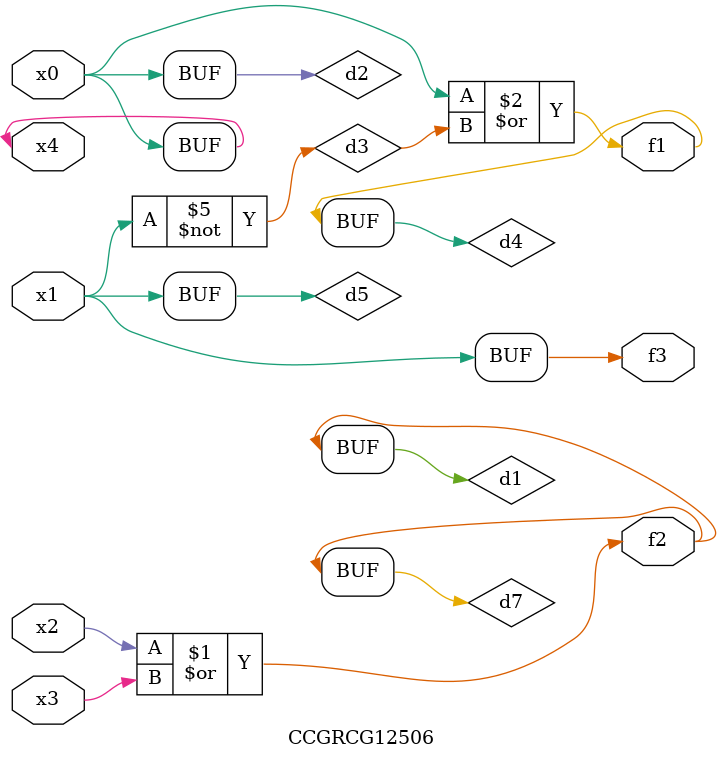
<source format=v>
module CCGRCG12506(
	input x0, x1, x2, x3, x4,
	output f1, f2, f3
);

	wire d1, d2, d3, d4, d5, d6, d7;

	or (d1, x2, x3);
	buf (d2, x0, x4);
	not (d3, x1);
	or (d4, d2, d3);
	not (d5, d3);
	nand (d6, d1, d3);
	or (d7, d1);
	assign f1 = d4;
	assign f2 = d7;
	assign f3 = d5;
endmodule

</source>
